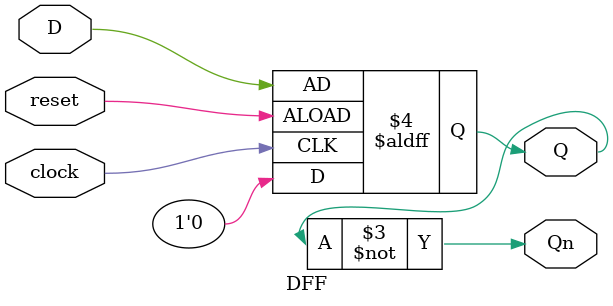
<source format=v>
module DFF (D,clock, reset, Q, Qn);

	output Q, Qn;
	input D, clock, reset;//active low reset , pasitive edge treger
	
	reg Q;

	always @(negedge clock or posedge reset)//negative edge treger
		if (reset == 1'b0)
			Q <= 0;
		else
			Q <= D;
		
	assign Qn = ~Q;// complement the output of Q
	
endmodule

</source>
